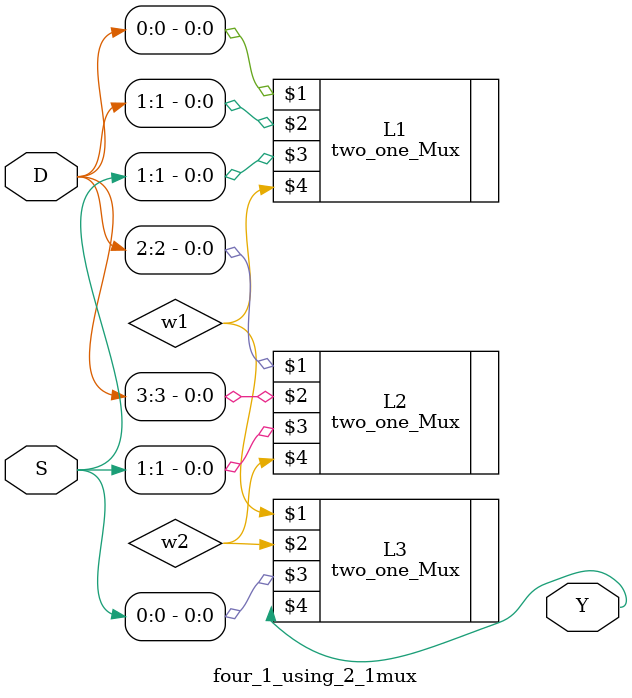
<source format=v>
`timescale 1ns / 1ps


module four_1_using_2_1mux(
    input [3:0] D,
    input [1:0] S,
    output Y
    );
    
wire w1,w2;
    
two_one_Mux L1(D[0],D[1],S[1],w1);     
two_one_Mux L2(D[2],D[3],S[1],w2);    
two_one_Mux L3(w1,w2,S[0],Y);
    
endmodule

</source>
